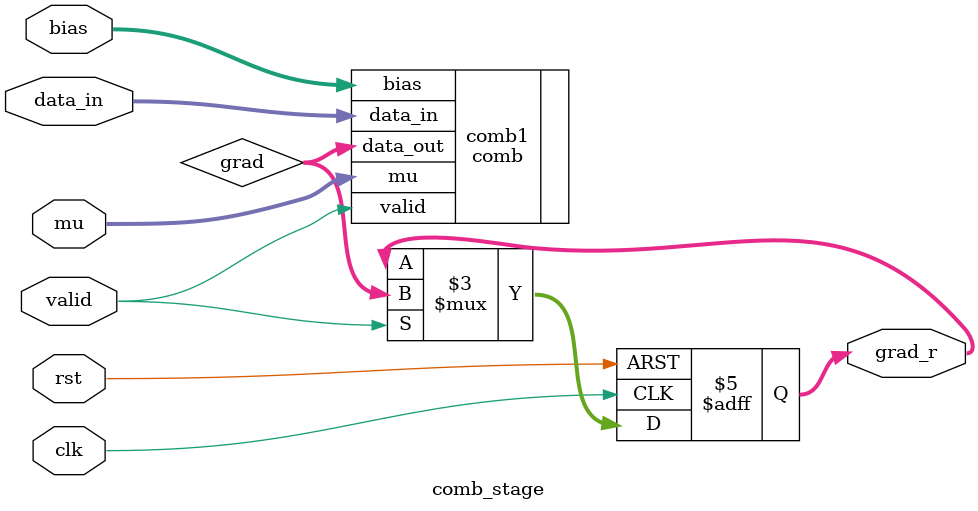
<source format=v>

`include "comb.v"
module comb_stage#(
    parameter bitwidth  =32,
	parameter inputBitwidth =16
)(
	input clk,
	input rst,
    input [bitwidth-1:0]data_in,
    input [inputBitwidth-1:0]bias,
	input [inputBitwidth-1:0]mu,
    input valid,
    output reg[bitwidth-1:0]grad_r
);
	wire [bitwidth-1:0]grad;
    comb #(
            .bitwidth(bitwidth),
            .inputBitwidth(inputBitwidth)
        )
        comb1(
            .data_in(data_in),
            .bias(bias),
			.mu(mu),
            .valid(valid),
            .data_out(grad)
        );

	always @(posedge clk or posedge rst) begin
        if (rst) grad_r<=0;
        else if (valid)grad_r<=grad;
        else grad_r<=grad_r;
    end

endmodule


</source>
